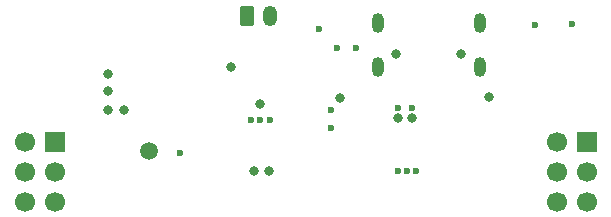
<source format=gbs>
G04 #@! TF.GenerationSoftware,KiCad,Pcbnew,9.0.1*
G04 #@! TF.CreationDate,2025-05-19T19:02:10+12:00*
G04 #@! TF.ProjectId,breadbat,62726561-6462-4617-942e-6b696361645f,v1.0.0*
G04 #@! TF.SameCoordinates,Original*
G04 #@! TF.FileFunction,Soldermask,Bot*
G04 #@! TF.FilePolarity,Negative*
%FSLAX46Y46*%
G04 Gerber Fmt 4.6, Leading zero omitted, Abs format (unit mm)*
G04 Created by KiCad (PCBNEW 9.0.1) date 2025-05-19 19:02:10*
%MOMM*%
%LPD*%
G01*
G04 APERTURE LIST*
G04 Aperture macros list*
%AMRoundRect*
0 Rectangle with rounded corners*
0 $1 Rounding radius*
0 $2 $3 $4 $5 $6 $7 $8 $9 X,Y pos of 4 corners*
0 Add a 4 corners polygon primitive as box body*
4,1,4,$2,$3,$4,$5,$6,$7,$8,$9,$2,$3,0*
0 Add four circle primitives for the rounded corners*
1,1,$1+$1,$2,$3*
1,1,$1+$1,$4,$5*
1,1,$1+$1,$6,$7*
1,1,$1+$1,$8,$9*
0 Add four rect primitives between the rounded corners*
20,1,$1+$1,$2,$3,$4,$5,0*
20,1,$1+$1,$4,$5,$6,$7,0*
20,1,$1+$1,$6,$7,$8,$9,0*
20,1,$1+$1,$8,$9,$2,$3,0*%
G04 Aperture macros list end*
%ADD10O,1.200000X1.750000*%
%ADD11RoundRect,0.250000X-0.350000X-0.625000X0.350000X-0.625000X0.350000X0.625000X-0.350000X0.625000X0*%
%ADD12O,1.000000X1.700000*%
%ADD13R,1.700000X1.700000*%
%ADD14C,1.700000*%
%ADD15C,1.500000*%
%ADD16C,0.800000*%
%ADD17C,0.600000*%
G04 APERTURE END LIST*
D10*
X101147500Y-58567500D03*
D11*
X99147500Y-58567500D03*
D12*
X118867500Y-62937500D03*
X118867500Y-59137500D03*
X110227500Y-62937500D03*
X110227500Y-59137500D03*
D13*
X82877500Y-69237500D03*
D14*
X80337500Y-69237500D03*
X82877500Y-71777500D03*
X80337500Y-71777500D03*
X82877500Y-74317500D03*
X80337500Y-74317500D03*
D13*
X127937500Y-69237500D03*
D14*
X125397500Y-69237500D03*
X127937500Y-71777500D03*
X125397500Y-71777500D03*
X127937500Y-74317500D03*
X125397500Y-74317500D03*
D15*
X90887500Y-70017500D03*
D16*
X88777500Y-66527500D03*
X113127500Y-67227500D03*
D17*
X111977500Y-71727500D03*
X111977500Y-66377500D03*
X108377500Y-61327500D03*
X112727500Y-71727500D03*
D16*
X111977500Y-67227500D03*
X111797500Y-61837500D03*
X100237500Y-66037500D03*
D17*
X123577500Y-59327500D03*
X93477500Y-70227500D03*
D16*
X101007500Y-71737500D03*
X99727500Y-71747500D03*
D17*
X101077500Y-67427500D03*
X100277500Y-67427500D03*
X105277500Y-59727500D03*
D16*
X87377500Y-63527500D03*
D17*
X113477500Y-71727500D03*
X113127500Y-66377500D03*
D16*
X119627500Y-65477500D03*
X107057500Y-65537500D03*
X87377500Y-64927500D03*
X97777500Y-62927500D03*
X87377500Y-66527500D03*
D17*
X106777500Y-61327500D03*
X99527500Y-67427500D03*
D16*
X117297500Y-61827500D03*
D17*
X126677500Y-59227500D03*
X106277500Y-68077500D03*
X106287500Y-66537500D03*
M02*

</source>
